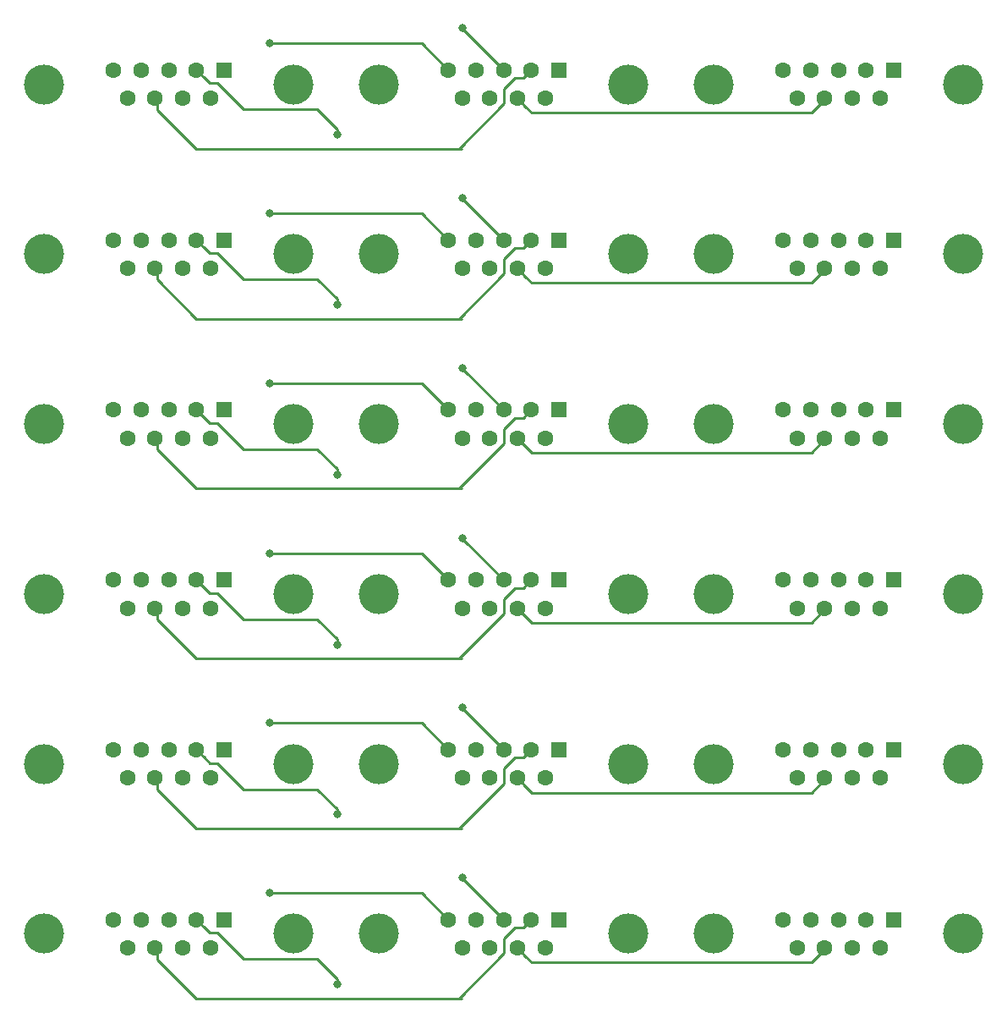
<source format=gbl>
%MOIN*%
%OFA0B0*%
%FSLAX46Y46*%
%IPPOS*%
%LPD*%
%ADD10R,0.062992125984251982X0.062992125984251982*%
%ADD11C,0.062992125984251982*%
%ADD12C,0.15748031496062992*%
%ADD13C,0.031496062992125991*%
%ADD14C,0.00984251968503937*%
%ADD25R,0.062992125984251982X0.062992125984251982*%
%ADD26C,0.062992125984251982*%
%ADD27C,0.15748031496062992*%
%ADD28C,0.031496062992125991*%
%ADD29C,0.00984251968503937*%
%ADD30R,0.062992125984251982X0.062992125984251982*%
%ADD31C,0.062992125984251982*%
%ADD32C,0.15748031496062992*%
%ADD33C,0.031496062992125991*%
%ADD34C,0.00984251968503937*%
%ADD35R,0.062992125984251982X0.062992125984251982*%
%ADD36C,0.062992125984251982*%
%ADD37C,0.15748031496062992*%
%ADD38C,0.031496062992125991*%
%ADD39C,0.00984251968503937*%
%ADD40R,0.062992125984251982X0.062992125984251982*%
%ADD41C,0.062992125984251982*%
%ADD42C,0.15748031496062992*%
%ADD43C,0.031496062992125991*%
%ADD44C,0.00984251968503937*%
%ADD45R,0.062992125984251982X0.062992125984251982*%
%ADD46C,0.062992125984251982*%
%ADD47C,0.15748031496062992*%
%ADD48C,0.031496062992125991*%
%ADD49C,0.00984251968503937*%
D10*
X-0003149606Y0003346456D02*
X0002185393Y0000356456D03*
D11*
X0002076338Y0000356456D03*
X0001967283Y0000356456D03*
X0001858228Y0000356456D03*
X0001749173Y0000356456D03*
X0002130866Y0000244645D03*
X0002021811Y0000244645D03*
X0001912755Y0000244645D03*
X0001803700Y0000244645D03*
D12*
X0001475157Y0000300551D03*
X0002459409Y0000300551D03*
X0000155157Y0000300551D03*
X0001139409Y0000300551D03*
D11*
X0000483700Y0000244645D03*
X0000592755Y0000244645D03*
X0000701810Y0000244645D03*
X0000810866Y0000244645D03*
X0000429173Y0000356456D03*
X0000538228Y0000356456D03*
X0000647283Y0000356456D03*
X0000756338Y0000356456D03*
D10*
X0000865393Y0000356456D03*
X0003505393Y0000356456D03*
D11*
X0003396338Y0000356456D03*
X0003287283Y0000356456D03*
X0003178228Y0000356456D03*
X0003069173Y0000356456D03*
X0003450866Y0000244645D03*
X0003341811Y0000244645D03*
X0003232755Y0000244645D03*
X0003123700Y0000244645D03*
D12*
X0003779409Y0000300551D03*
X0002795157Y0000300551D03*
D13*
X0001805393Y0000521456D03*
X0001045393Y0000461456D03*
X0001310393Y0000101456D03*
D14*
X0000602755Y0000200103D02*
X0000756402Y0000046456D01*
X0000602755Y0000244645D02*
X0000602755Y0000200103D01*
X0002044842Y0000324960D02*
X0002076338Y0000356456D01*
X0002012992Y0000324960D02*
X0002044842Y0000324960D01*
X0001969645Y0000281614D02*
X0002012992Y0000324960D01*
X0001969645Y0000224330D02*
X0001969645Y0000281614D01*
X0001791771Y0000046456D02*
X0001969645Y0000224330D01*
X0001790393Y0000046456D02*
X0001791771Y0000046456D01*
X0001790393Y0000046456D02*
X0001800590Y0000046456D01*
X0000756402Y0000046456D02*
X0001790393Y0000046456D01*
X0002053307Y0000213149D02*
X0002021811Y0000244645D01*
X0002078976Y0000187480D02*
X0002053307Y0000213149D01*
X0003180590Y0000187480D02*
X0002078976Y0000187480D01*
X0003232755Y0000239645D02*
X0003180590Y0000187480D01*
X0001967283Y0000356456D02*
X0001805393Y0000518346D01*
X0001805393Y0000518346D02*
X0001805393Y0000521456D01*
X0001749173Y0000356456D02*
X0001644173Y0000461456D01*
X0001644173Y0000461456D02*
X0001045393Y0000461456D01*
X0000787834Y0000324960D02*
X0000756338Y0000356456D01*
X0000808503Y0000304291D02*
X0000787834Y0000324960D01*
X0000837559Y0000304291D02*
X0000808503Y0000304291D01*
X0000940708Y0000201141D02*
X0000837559Y0000304291D01*
X0001232979Y0000201141D02*
X0000940708Y0000201141D01*
X0001310393Y0000123727D02*
X0001232979Y0000201141D01*
X0001310393Y0000101456D02*
X0001310393Y0000123727D01*
G04 next file*
G04 #@! TF.GenerationSoftware,KiCad,Pcbnew,(5.1.2)-2*
G04 #@! TF.CreationDate,2019-11-27T23:52:17-06:00*
G04 #@! TF.ProjectId,ti99-joystick,74693939-2d6a-46f7-9973-7469636b2e6b,rev?*
G04 #@! TF.SameCoordinates,Original*
G04 #@! TF.FileFunction,Copper,L2,Bot*
G04 #@! TF.FilePolarity,Positive*
G04 Gerber Fmt 4.6, Leading zero omitted, Abs format (unit mm)*
G04 Created by KiCad (PCBNEW (5.1.2)-2) date 2019-11-27 23:52:17*
G04 APERTURE LIST*
G04 APERTURE END LIST*
D25*
X-0003149606Y0004015748D02*
X0002185393Y0001025748D03*
D26*
X0002076338Y0001025748D03*
X0001967283Y0001025748D03*
X0001858228Y0001025748D03*
X0001749173Y0001025748D03*
X0002130866Y0000913937D03*
X0002021811Y0000913937D03*
X0001912755Y0000913937D03*
X0001803700Y0000913937D03*
D27*
X0001475157Y0000969842D03*
X0002459409Y0000969842D03*
X0000155157Y0000969842D03*
X0001139409Y0000969842D03*
D26*
X0000483700Y0000913937D03*
X0000592755Y0000913937D03*
X0000701810Y0000913937D03*
X0000810866Y0000913937D03*
X0000429173Y0001025748D03*
X0000538228Y0001025748D03*
X0000647283Y0001025748D03*
X0000756338Y0001025748D03*
D25*
X0000865393Y0001025748D03*
X0003505393Y0001025748D03*
D26*
X0003396338Y0001025748D03*
X0003287283Y0001025748D03*
X0003178228Y0001025748D03*
X0003069173Y0001025748D03*
X0003450866Y0000913937D03*
X0003341811Y0000913937D03*
X0003232755Y0000913937D03*
X0003123700Y0000913937D03*
D27*
X0003779409Y0000969842D03*
X0002795157Y0000969842D03*
D28*
X0001805393Y0001190748D03*
X0001045393Y0001130748D03*
X0001310393Y0000770748D03*
D29*
X0000602755Y0000869394D02*
X0000756402Y0000715748D01*
X0000602755Y0000913937D02*
X0000602755Y0000869394D01*
X0002044842Y0000994252D02*
X0002076338Y0001025748D01*
X0002012992Y0000994252D02*
X0002044842Y0000994252D01*
X0001969645Y0000950905D02*
X0002012992Y0000994252D01*
X0001969645Y0000893621D02*
X0001969645Y0000950905D01*
X0001791771Y0000715748D02*
X0001969645Y0000893621D01*
X0001790393Y0000715748D02*
X0001791771Y0000715748D01*
X0001790393Y0000715748D02*
X0001800590Y0000715748D01*
X0000756402Y0000715748D02*
X0001790393Y0000715748D01*
X0002053307Y0000882440D02*
X0002021811Y0000913937D01*
X0002078976Y0000856771D02*
X0002053307Y0000882440D01*
X0003180590Y0000856771D02*
X0002078976Y0000856771D01*
X0003232755Y0000908937D02*
X0003180590Y0000856771D01*
X0001967283Y0001025748D02*
X0001805393Y0001187637D01*
X0001805393Y0001187637D02*
X0001805393Y0001190748D01*
X0001749173Y0001025748D02*
X0001644173Y0001130748D01*
X0001644173Y0001130748D02*
X0001045393Y0001130748D01*
X0000787834Y0000994252D02*
X0000756338Y0001025748D01*
X0000808503Y0000973582D02*
X0000787834Y0000994252D01*
X0000837559Y0000973582D02*
X0000808503Y0000973582D01*
X0000940708Y0000870432D02*
X0000837559Y0000973582D01*
X0001232979Y0000870432D02*
X0000940708Y0000870432D01*
X0001310393Y0000793019D02*
X0001232979Y0000870432D01*
X0001310393Y0000770748D02*
X0001310393Y0000793019D01*
G04 next file*
G04 #@! TF.GenerationSoftware,KiCad,Pcbnew,(5.1.2)-2*
G04 #@! TF.CreationDate,2019-11-27T23:52:17-06:00*
G04 #@! TF.ProjectId,ti99-joystick,74693939-2d6a-46f7-9973-7469636b2e6b,rev?*
G04 #@! TF.SameCoordinates,Original*
G04 #@! TF.FileFunction,Copper,L2,Bot*
G04 #@! TF.FilePolarity,Positive*
G04 Gerber Fmt 4.6, Leading zero omitted, Abs format (unit mm)*
G04 Created by KiCad (PCBNEW (5.1.2)-2) date 2019-11-27 23:52:17*
G04 APERTURE LIST*
G04 APERTURE END LIST*
D30*
X-0003149606Y0004685039D02*
X0002185393Y0001695039D03*
D31*
X0002076338Y0001695039D03*
X0001967283Y0001695039D03*
X0001858228Y0001695039D03*
X0001749173Y0001695039D03*
X0002130866Y0001583228D03*
X0002021811Y0001583228D03*
X0001912755Y0001583228D03*
X0001803700Y0001583228D03*
D32*
X0001475157Y0001639133D03*
X0002459409Y0001639133D03*
X0000155157Y0001639133D03*
X0001139409Y0001639133D03*
D31*
X0000483700Y0001583228D03*
X0000592755Y0001583228D03*
X0000701810Y0001583228D03*
X0000810866Y0001583228D03*
X0000429173Y0001695039D03*
X0000538228Y0001695039D03*
X0000647283Y0001695039D03*
X0000756338Y0001695039D03*
D30*
X0000865393Y0001695039D03*
X0003505393Y0001695039D03*
D31*
X0003396338Y0001695039D03*
X0003287283Y0001695039D03*
X0003178228Y0001695039D03*
X0003069173Y0001695039D03*
X0003450866Y0001583228D03*
X0003341811Y0001583228D03*
X0003232755Y0001583228D03*
X0003123700Y0001583228D03*
D32*
X0003779409Y0001639133D03*
X0002795157Y0001639133D03*
D33*
X0001805393Y0001860039D03*
X0001045393Y0001800039D03*
X0001310393Y0001440039D03*
D34*
X0000602755Y0001538686D02*
X0000756402Y0001385039D01*
X0000602755Y0001583228D02*
X0000602755Y0001538686D01*
X0002044842Y0001663543D02*
X0002076338Y0001695039D01*
X0002012992Y0001663543D02*
X0002044842Y0001663543D01*
X0001969645Y0001620196D02*
X0002012992Y0001663543D01*
X0001969645Y0001562913D02*
X0001969645Y0001620196D01*
X0001791771Y0001385039D02*
X0001969645Y0001562913D01*
X0001790393Y0001385039D02*
X0001791771Y0001385039D01*
X0001790393Y0001385039D02*
X0001800590Y0001385039D01*
X0000756402Y0001385039D02*
X0001790393Y0001385039D01*
X0002053307Y0001551732D02*
X0002021811Y0001583228D01*
X0002078976Y0001526062D02*
X0002053307Y0001551732D01*
X0003180590Y0001526062D02*
X0002078976Y0001526062D01*
X0003232755Y0001578228D02*
X0003180590Y0001526062D01*
X0001967283Y0001695039D02*
X0001805393Y0001856929D01*
X0001805393Y0001856929D02*
X0001805393Y0001860039D01*
X0001749173Y0001695039D02*
X0001644173Y0001800039D01*
X0001644173Y0001800039D02*
X0001045393Y0001800039D01*
X0000787834Y0001663543D02*
X0000756338Y0001695039D01*
X0000808503Y0001642873D02*
X0000787834Y0001663543D01*
X0000837559Y0001642873D02*
X0000808503Y0001642873D01*
X0000940708Y0001539724D02*
X0000837559Y0001642873D01*
X0001232979Y0001539724D02*
X0000940708Y0001539724D01*
X0001310393Y0001462310D02*
X0001232979Y0001539724D01*
X0001310393Y0001440039D02*
X0001310393Y0001462310D01*
G04 next file*
G04 #@! TF.GenerationSoftware,KiCad,Pcbnew,(5.1.2)-2*
G04 #@! TF.CreationDate,2019-11-27T23:52:17-06:00*
G04 #@! TF.ProjectId,ti99-joystick,74693939-2d6a-46f7-9973-7469636b2e6b,rev?*
G04 #@! TF.SameCoordinates,Original*
G04 #@! TF.FileFunction,Copper,L2,Bot*
G04 #@! TF.FilePolarity,Positive*
G04 Gerber Fmt 4.6, Leading zero omitted, Abs format (unit mm)*
G04 Created by KiCad (PCBNEW (5.1.2)-2) date 2019-11-27 23:52:17*
G04 APERTURE LIST*
G04 APERTURE END LIST*
D35*
X-0003149606Y0005354330D02*
X0002185393Y0002364330D03*
D36*
X0002076338Y0002364330D03*
X0001967283Y0002364330D03*
X0001858228Y0002364330D03*
X0001749173Y0002364330D03*
X0002130866Y0002252519D03*
X0002021811Y0002252519D03*
X0001912755Y0002252519D03*
X0001803700Y0002252519D03*
D37*
X0001475157Y0002308425D03*
X0002459409Y0002308425D03*
X0000155157Y0002308425D03*
X0001139409Y0002308425D03*
D36*
X0000483700Y0002252519D03*
X0000592755Y0002252519D03*
X0000701810Y0002252519D03*
X0000810866Y0002252519D03*
X0000429173Y0002364330D03*
X0000538228Y0002364330D03*
X0000647283Y0002364330D03*
X0000756338Y0002364330D03*
D35*
X0000865393Y0002364330D03*
X0003505393Y0002364330D03*
D36*
X0003396338Y0002364330D03*
X0003287283Y0002364330D03*
X0003178228Y0002364330D03*
X0003069173Y0002364330D03*
X0003450866Y0002252519D03*
X0003341811Y0002252519D03*
X0003232755Y0002252519D03*
X0003123700Y0002252519D03*
D37*
X0003779409Y0002308425D03*
X0002795157Y0002308425D03*
D38*
X0001805393Y0002529330D03*
X0001045393Y0002469330D03*
X0001310393Y0002109330D03*
D39*
X0000602755Y0002207977D02*
X0000756402Y0002054330D01*
X0000602755Y0002252519D02*
X0000602755Y0002207977D01*
X0002044842Y0002332834D02*
X0002076338Y0002364330D01*
X0002012992Y0002332834D02*
X0002044842Y0002332834D01*
X0001969645Y0002289488D02*
X0002012992Y0002332834D01*
X0001969645Y0002232204D02*
X0001969645Y0002289488D01*
X0001791771Y0002054330D02*
X0001969645Y0002232204D01*
X0001790393Y0002054330D02*
X0001791771Y0002054330D01*
X0001790393Y0002054330D02*
X0001800590Y0002054330D01*
X0000756402Y0002054330D02*
X0001790393Y0002054330D01*
X0002053307Y0002221023D02*
X0002021811Y0002252519D01*
X0002078976Y0002195354D02*
X0002053307Y0002221023D01*
X0003180590Y0002195354D02*
X0002078976Y0002195354D01*
X0003232755Y0002247519D02*
X0003180590Y0002195354D01*
X0001967283Y0002364330D02*
X0001805393Y0002526220D01*
X0001805393Y0002526220D02*
X0001805393Y0002529330D01*
X0001749173Y0002364330D02*
X0001644173Y0002469330D01*
X0001644173Y0002469330D02*
X0001045393Y0002469330D01*
X0000787834Y0002332834D02*
X0000756338Y0002364330D01*
X0000808503Y0002312165D02*
X0000787834Y0002332834D01*
X0000837559Y0002312165D02*
X0000808503Y0002312165D01*
X0000940708Y0002209015D02*
X0000837559Y0002312165D01*
X0001232979Y0002209015D02*
X0000940708Y0002209015D01*
X0001310393Y0002131601D02*
X0001232979Y0002209015D01*
X0001310393Y0002109330D02*
X0001310393Y0002131601D01*
G04 next file*
G04 #@! TF.GenerationSoftware,KiCad,Pcbnew,(5.1.2)-2*
G04 #@! TF.CreationDate,2019-11-27T23:52:17-06:00*
G04 #@! TF.ProjectId,ti99-joystick,74693939-2d6a-46f7-9973-7469636b2e6b,rev?*
G04 #@! TF.SameCoordinates,Original*
G04 #@! TF.FileFunction,Copper,L2,Bot*
G04 #@! TF.FilePolarity,Positive*
G04 Gerber Fmt 4.6, Leading zero omitted, Abs format (unit mm)*
G04 Created by KiCad (PCBNEW (5.1.2)-2) date 2019-11-27 23:52:17*
G04 APERTURE LIST*
G04 APERTURE END LIST*
D40*
X-0003149606Y0006023622D02*
X0002185393Y0003033622D03*
D41*
X0002076338Y0003033622D03*
X0001967283Y0003033622D03*
X0001858228Y0003033622D03*
X0001749173Y0003033622D03*
X0002130866Y0002921811D03*
X0002021811Y0002921811D03*
X0001912755Y0002921811D03*
X0001803700Y0002921811D03*
D42*
X0001475157Y0002977716D03*
X0002459409Y0002977716D03*
X0000155157Y0002977716D03*
X0001139409Y0002977716D03*
D41*
X0000483700Y0002921811D03*
X0000592755Y0002921811D03*
X0000701810Y0002921811D03*
X0000810866Y0002921811D03*
X0000429173Y0003033622D03*
X0000538228Y0003033622D03*
X0000647283Y0003033622D03*
X0000756338Y0003033622D03*
D40*
X0000865393Y0003033622D03*
X0003505393Y0003033622D03*
D41*
X0003396338Y0003033622D03*
X0003287283Y0003033622D03*
X0003178228Y0003033622D03*
X0003069173Y0003033622D03*
X0003450866Y0002921811D03*
X0003341811Y0002921811D03*
X0003232755Y0002921811D03*
X0003123700Y0002921811D03*
D42*
X0003779409Y0002977716D03*
X0002795157Y0002977716D03*
D43*
X0001805393Y0003198622D03*
X0001045393Y0003138622D03*
X0001310393Y0002778622D03*
D44*
X0000602755Y0002877268D02*
X0000756402Y0002723622D01*
X0000602755Y0002921811D02*
X0000602755Y0002877268D01*
X0002044842Y0003002126D02*
X0002076338Y0003033622D01*
X0002012992Y0003002126D02*
X0002044842Y0003002126D01*
X0001969645Y0002958779D02*
X0002012992Y0003002126D01*
X0001969645Y0002901495D02*
X0001969645Y0002958779D01*
X0001791771Y0002723622D02*
X0001969645Y0002901495D01*
X0001790393Y0002723622D02*
X0001791771Y0002723622D01*
X0001790393Y0002723622D02*
X0001800590Y0002723622D01*
X0000756402Y0002723622D02*
X0001790393Y0002723622D01*
X0002053307Y0002890315D02*
X0002021811Y0002921811D01*
X0002078976Y0002864645D02*
X0002053307Y0002890315D01*
X0003180590Y0002864645D02*
X0002078976Y0002864645D01*
X0003232755Y0002916811D02*
X0003180590Y0002864645D01*
X0001967283Y0003033622D02*
X0001805393Y0003195511D01*
X0001805393Y0003195511D02*
X0001805393Y0003198622D01*
X0001749173Y0003033622D02*
X0001644173Y0003138622D01*
X0001644173Y0003138622D02*
X0001045393Y0003138622D01*
X0000787834Y0003002126D02*
X0000756338Y0003033622D01*
X0000808503Y0002981456D02*
X0000787834Y0003002126D01*
X0000837559Y0002981456D02*
X0000808503Y0002981456D01*
X0000940708Y0002878307D02*
X0000837559Y0002981456D01*
X0001232979Y0002878307D02*
X0000940708Y0002878307D01*
X0001310393Y0002800893D02*
X0001232979Y0002878307D01*
X0001310393Y0002778622D02*
X0001310393Y0002800893D01*
G04 next file*
G04 #@! TF.GenerationSoftware,KiCad,Pcbnew,(5.1.2)-2*
G04 #@! TF.CreationDate,2019-11-27T23:52:17-06:00*
G04 #@! TF.ProjectId,ti99-joystick,74693939-2d6a-46f7-9973-7469636b2e6b,rev?*
G04 #@! TF.SameCoordinates,Original*
G04 #@! TF.FileFunction,Copper,L2,Bot*
G04 #@! TF.FilePolarity,Positive*
G04 Gerber Fmt 4.6, Leading zero omitted, Abs format (unit mm)*
G04 Created by KiCad (PCBNEW (5.1.2)-2) date 2019-11-27 23:52:17*
G04 APERTURE LIST*
G04 APERTURE END LIST*
D45*
X-0003149606Y0006692913D02*
X0002185393Y0003702913D03*
D46*
X0002076338Y0003702913D03*
X0001967283Y0003702913D03*
X0001858228Y0003702913D03*
X0001749173Y0003702913D03*
X0002130866Y0003591102D03*
X0002021811Y0003591102D03*
X0001912755Y0003591102D03*
X0001803700Y0003591102D03*
D47*
X0001475157Y0003647007D03*
X0002459409Y0003647007D03*
X0000155157Y0003647007D03*
X0001139409Y0003647007D03*
D46*
X0000483700Y0003591102D03*
X0000592755Y0003591102D03*
X0000701810Y0003591102D03*
X0000810866Y0003591102D03*
X0000429173Y0003702913D03*
X0000538228Y0003702913D03*
X0000647283Y0003702913D03*
X0000756338Y0003702913D03*
D45*
X0000865393Y0003702913D03*
X0003505393Y0003702913D03*
D46*
X0003396338Y0003702913D03*
X0003287283Y0003702913D03*
X0003178228Y0003702913D03*
X0003069173Y0003702913D03*
X0003450866Y0003591102D03*
X0003341811Y0003591102D03*
X0003232755Y0003591102D03*
X0003123700Y0003591102D03*
D47*
X0003779409Y0003647007D03*
X0002795157Y0003647007D03*
D48*
X0001805393Y0003867913D03*
X0001045393Y0003807913D03*
X0001310393Y0003447913D03*
D49*
X0000602755Y0003546560D02*
X0000756402Y0003392913D01*
X0000602755Y0003591102D02*
X0000602755Y0003546560D01*
X0002044842Y0003671417D02*
X0002076338Y0003702913D01*
X0002012992Y0003671417D02*
X0002044842Y0003671417D01*
X0001969645Y0003628070D02*
X0002012992Y0003671417D01*
X0001969645Y0003570787D02*
X0001969645Y0003628070D01*
X0001791771Y0003392913D02*
X0001969645Y0003570787D01*
X0001790393Y0003392913D02*
X0001791771Y0003392913D01*
X0001790393Y0003392913D02*
X0001800590Y0003392913D01*
X0000756402Y0003392913D02*
X0001790393Y0003392913D01*
X0002053307Y0003559606D02*
X0002021811Y0003591102D01*
X0002078976Y0003533936D02*
X0002053307Y0003559606D01*
X0003180590Y0003533936D02*
X0002078976Y0003533936D01*
X0003232755Y0003586102D02*
X0003180590Y0003533936D01*
X0001967283Y0003702913D02*
X0001805393Y0003864803D01*
X0001805393Y0003864803D02*
X0001805393Y0003867913D01*
X0001749173Y0003702913D02*
X0001644173Y0003807913D01*
X0001644173Y0003807913D02*
X0001045393Y0003807913D01*
X0000787834Y0003671417D02*
X0000756338Y0003702913D01*
X0000808503Y0003650747D02*
X0000787834Y0003671417D01*
X0000837559Y0003650747D02*
X0000808503Y0003650747D01*
X0000940708Y0003547598D02*
X0000837559Y0003650747D01*
X0001232979Y0003547598D02*
X0000940708Y0003547598D01*
X0001310393Y0003470184D02*
X0001232979Y0003547598D01*
X0001310393Y0003447913D02*
X0001310393Y0003470184D01*
M02*
</source>
